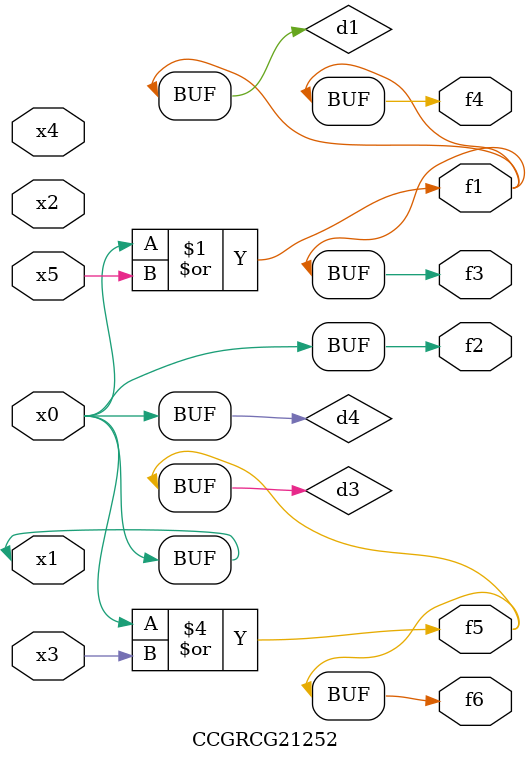
<source format=v>
module CCGRCG21252(
	input x0, x1, x2, x3, x4, x5,
	output f1, f2, f3, f4, f5, f6
);

	wire d1, d2, d3, d4;

	or (d1, x0, x5);
	xnor (d2, x1, x4);
	or (d3, x0, x3);
	buf (d4, x0, x1);
	assign f1 = d1;
	assign f2 = d4;
	assign f3 = d1;
	assign f4 = d1;
	assign f5 = d3;
	assign f6 = d3;
endmodule

</source>
